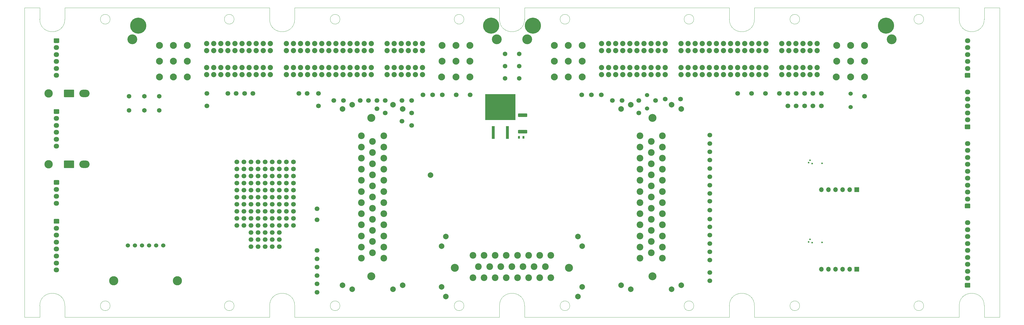
<source format=gbs>
G04 #@! TF.GenerationSoftware,KiCad,Pcbnew,(5.99.0-12439-g94954386e6)*
G04 #@! TF.CreationDate,2021-10-25T23:58:22+03:00*
G04 #@! TF.ProjectId,proteusM73tu,70726f74-6575-4734-9d37-3374752e6b69,a*
G04 #@! TF.SameCoordinates,PX2160ec0PYcfb5d40*
G04 #@! TF.FileFunction,Soldermask,Bot*
G04 #@! TF.FilePolarity,Negative*
%FSLAX46Y46*%
G04 Gerber Fmt 4.6, Leading zero omitted, Abs format (unit mm)*
G04 Created by KiCad (PCBNEW (5.99.0-12439-g94954386e6)) date 2021-10-25 23:58:22*
%MOMM*%
%LPD*%
G01*
G04 APERTURE LIST*
G04 #@! TA.AperFunction,Profile*
%ADD10C,0.050000*%
G04 #@! TD*
%ADD11C,2.000000*%
%ADD12C,1.700000*%
%ADD13C,3.000000*%
%ADD14O,3.700000X2.700000*%
%ADD15O,1.950000X1.700000*%
%ADD16R,1.700000X1.700000*%
%ADD17O,1.700000X1.700000*%
%ADD18C,0.599999*%
%ADD19C,1.650000*%
%ADD20C,2.475000*%
%ADD21C,1.875000*%
%ADD22C,3.525000*%
%ADD23C,5.775000*%
%ADD24C,1.524000*%
%ADD25C,2.850000*%
%ADD26C,2.400000*%
%ADD27C,3.302000*%
%ADD28R,1.100000X4.600000*%
%ADD29R,10.800000X9.400000*%
G04 APERTURE END LIST*
D10*
X170500000Y4100000D02*
X170500000Y0D01*
X5500000Y107200000D02*
X5500000Y111300000D01*
X344500000Y0D02*
X350000000Y0D01*
X88000000Y4100000D02*
X88000000Y0D01*
X278250000Y4100000D02*
G75*
G03*
X278250000Y4100000I-1750000J0D01*
G01*
X5500000Y0D02*
X0Y0D01*
X88000000Y107200000D02*
X88000000Y111300000D01*
X195750000Y4100000D02*
G75*
G03*
X195750000Y4100000I-1750000J0D01*
G01*
X170500000Y111300000D02*
X97000000Y111300000D01*
X335500000Y111300000D02*
X262000000Y111300000D01*
X262000000Y4100000D02*
X262000000Y0D01*
X97000000Y0D02*
X170500000Y0D01*
X335500000Y4100000D02*
G75*
G02*
X344500000Y4100000I4500000J0D01*
G01*
X253000001Y111300000D02*
X179500000Y111300000D01*
X157750000Y107200000D02*
G75*
G03*
X157750000Y107200000I-1750000J0D01*
G01*
X344500000Y111300000D02*
X349999999Y111300000D01*
X30750000Y4100000D02*
G75*
G03*
X30750000Y4100000I-1750000J0D01*
G01*
X179500000Y107200000D02*
X179500000Y111300000D01*
X97000000Y107200000D02*
X97000000Y111300000D01*
X350000000Y0D02*
X350000000Y111300000D01*
X344500000Y107200000D02*
X344500000Y111300000D01*
X5500000Y111300000D02*
X0Y111300000D01*
X335500000Y4100000D02*
X335500000Y0D01*
X253000000Y4100000D02*
G75*
G02*
X262000000Y4100000I4500000J0D01*
G01*
X75250000Y107200000D02*
G75*
G03*
X75250000Y107200000I-1750000J0D01*
G01*
X14500000Y0D02*
X88000000Y0D01*
X5500000Y4100000D02*
X5500000Y0D01*
X113250000Y4100000D02*
G75*
G03*
X113250000Y4100000I-1750000J0D01*
G01*
X253000000Y107200000D02*
G75*
G03*
X262000000Y107200000I4500000J0D01*
G01*
X170500000Y107200000D02*
G75*
G03*
X179500000Y107200000I4500000J0D01*
G01*
X14500000Y4100000D02*
G75*
G03*
X5500000Y4100000I-4500000J0D01*
G01*
X240250000Y107200000D02*
G75*
G03*
X240250000Y107200000I-1750000J0D01*
G01*
X262000000Y0D02*
X335500000Y0D01*
X335500000Y107200000D02*
X335500000Y111300000D01*
X170500000Y107200000D02*
X170500000Y111300000D01*
X97000000Y4100000D02*
X97000000Y0D01*
X88000000Y111300000D02*
X14500000Y111300000D01*
X262000000Y107200000D02*
X262000000Y111300000D01*
X0Y111300000D02*
X0Y0D01*
X322750000Y4100000D02*
G75*
G03*
X322750000Y4100000I-1750000J0D01*
G01*
X344500000Y4100000D02*
X344500000Y0D01*
X179500000Y4100000D02*
X179500000Y0D01*
X97000000Y107200000D02*
G75*
G02*
X88000000Y107200000I-4500000J0D01*
G01*
X30750000Y107200000D02*
G75*
G03*
X30750000Y107200000I-1750000J0D01*
G01*
X113250000Y107200000D02*
G75*
G03*
X113250000Y107200000I-1750000J0D01*
G01*
X253000000Y4100000D02*
X253000000Y0D01*
X322750000Y107200000D02*
G75*
G03*
X322750000Y107200000I-1750000J0D01*
G01*
X335500000Y107200000D02*
G75*
G03*
X344500000Y107200000I4500000J0D01*
G01*
X14500000Y107200000D02*
G75*
G02*
X5500000Y107200000I-4500000J0D01*
G01*
X195750000Y107200000D02*
G75*
G03*
X195750000Y107200000I-1750000J0D01*
G01*
X179500000Y4100000D02*
G75*
G03*
X170500000Y4100000I-4500000J0D01*
G01*
X253000000Y107200000D02*
X253000001Y111300000D01*
X14500000Y107200000D02*
X14500000Y111300000D01*
X75250000Y4100000D02*
G75*
G03*
X75250000Y4100000I-1750000J0D01*
G01*
X278250000Y107200000D02*
G75*
G03*
X278250000Y107200000I-1750000J0D01*
G01*
X179500000Y0D02*
X253000000Y0D01*
X157750000Y4100000D02*
G75*
G03*
X157750000Y4100000I-1750000J0D01*
G01*
X97000000Y4100000D02*
G75*
G03*
X88000000Y4100000I-4500000J0D01*
G01*
X14500000Y4100000D02*
X14500000Y0D01*
X240250000Y4100000D02*
G75*
G03*
X240250000Y4100000I-1750000J0D01*
G01*
D11*
G04 #@! TO.C,J20*
X145700000Y51100000D03*
G04 #@! TD*
D12*
G04 #@! TO.C,P18*
X235500000Y78500000D03*
G04 #@! TD*
D13*
G04 #@! TO.C,J1*
X8700000Y80500000D03*
G36*
G01*
X17599999Y79150000D02*
X14400001Y79150000D01*
G75*
G02*
X14150000Y79400001I0J250001D01*
G01*
X14150000Y81599999D01*
G75*
G02*
X14400001Y81850000I250001J0D01*
G01*
X17599999Y81850000D01*
G75*
G02*
X17850000Y81599999I0J-250001D01*
G01*
X17850000Y79400001D01*
G75*
G02*
X17599999Y79150000I-250001J0D01*
G01*
G37*
D14*
X21500000Y80500000D03*
G04 #@! TD*
D12*
G04 #@! TO.C,P47*
X246000000Y23500000D03*
G04 #@! TD*
G04 #@! TO.C,P76*
X139000000Y78000000D03*
G04 #@! TD*
G04 #@! TO.C,P51*
X246000000Y56500000D03*
G04 #@! TD*
G04 #@! TO.C,P67*
X246000000Y65500000D03*
G04 #@! TD*
G04 #@! TO.C,J17*
G36*
G01*
X339225000Y67650000D02*
X337775000Y67650000D01*
G75*
G02*
X337525000Y67900000I0J250000D01*
G01*
X337525000Y69100000D01*
G75*
G02*
X337775000Y69350000I250000J0D01*
G01*
X339225000Y69350000D01*
G75*
G02*
X339475000Y69100000I0J-250000D01*
G01*
X339475000Y67900000D01*
G75*
G02*
X339225000Y67650000I-250000J0D01*
G01*
G37*
D15*
X338500000Y71000000D03*
X338500000Y73500000D03*
X338500000Y76000000D03*
X338500000Y78500000D03*
X338500000Y81000000D03*
G04 #@! TD*
D16*
G04 #@! TO.C,J3*
X298700000Y45875000D03*
D17*
X296160000Y45875000D03*
X293620000Y45875000D03*
X291080000Y45875000D03*
X288540000Y45875000D03*
X286000000Y45875000D03*
G04 #@! TD*
G04 #@! TO.C,J6*
G36*
G01*
X10775000Y49350000D02*
X12225000Y49350000D01*
G75*
G02*
X12475000Y49100000I0J-250000D01*
G01*
X12475000Y47900000D01*
G75*
G02*
X12225000Y47650000I-250000J0D01*
G01*
X10775000Y47650000D01*
G75*
G02*
X10525000Y47900000I0J250000D01*
G01*
X10525000Y49100000D01*
G75*
G02*
X10775000Y49350000I250000J0D01*
G01*
G37*
D15*
X11500000Y46000000D03*
X11500000Y43500000D03*
X11500000Y41000000D03*
G04 #@! TD*
D12*
G04 #@! TO.C,P79*
X129500000Y78000000D03*
G04 #@! TD*
G04 #@! TO.C,P8*
X277000000Y80500000D03*
G04 #@! TD*
G04 #@! TO.C,P36*
X98500000Y80500000D03*
G04 #@! TD*
G04 #@! TO.C,J5*
G36*
G01*
X10775000Y100350000D02*
X12225000Y100350000D01*
G75*
G02*
X12475000Y100100000I0J-250000D01*
G01*
X12475000Y98900000D01*
G75*
G02*
X12225000Y98650000I-250000J0D01*
G01*
X10775000Y98650000D01*
G75*
G02*
X10525000Y98900000I0J250000D01*
G01*
X10525000Y100100000D01*
G75*
G02*
X10775000Y100350000I250000J0D01*
G01*
G37*
D15*
X11500000Y97000000D03*
X11500000Y94500000D03*
X11500000Y92000000D03*
X11500000Y89500000D03*
X11500000Y87000000D03*
G04 #@! TD*
D12*
G04 #@! TO.C,P19*
X230000000Y78500000D03*
G04 #@! TD*
G04 #@! TO.C,G3*
X91440000Y45720000D03*
X91440000Y48260000D03*
X91440000Y50800000D03*
X91440000Y53340000D03*
X91440000Y55880000D03*
X93980000Y45720000D03*
X93980000Y48260000D03*
X93980000Y50800000D03*
X93980000Y53340000D03*
X93980000Y55880000D03*
X96520000Y45720000D03*
X96520000Y48260000D03*
X96520000Y50800000D03*
X96520000Y53340000D03*
X96520000Y55880000D03*
G04 #@! TD*
G04 #@! TO.C,G2*
X83820000Y45720000D03*
X83820000Y48260000D03*
X83820000Y50800000D03*
X83820000Y53340000D03*
X83820000Y55880000D03*
X86360000Y45720000D03*
X86360000Y48260000D03*
X86360000Y50800000D03*
X86360000Y53340000D03*
X86360000Y55880000D03*
X88900000Y45720000D03*
X88900000Y48260000D03*
X88900000Y50800000D03*
X88900000Y53340000D03*
X88900000Y55880000D03*
G04 #@! TD*
G04 #@! TO.C,P54*
X246000000Y44500000D03*
G04 #@! TD*
G04 #@! TO.C,P7*
X280000000Y76000000D03*
G04 #@! TD*
G04 #@! TO.C,J19*
G36*
G01*
X10775000Y35350000D02*
X12225000Y35350000D01*
G75*
G02*
X12475000Y35100000I0J-250000D01*
G01*
X12475000Y33900000D01*
G75*
G02*
X12225000Y33650000I-250000J0D01*
G01*
X10775000Y33650000D01*
G75*
G02*
X10525000Y33900000I0J250000D01*
G01*
X10525000Y35100000D01*
G75*
G02*
X10775000Y35350000I250000J0D01*
G01*
G37*
D15*
X11500000Y32000000D03*
X11500000Y29500000D03*
X11500000Y27000000D03*
X11500000Y24500000D03*
X11500000Y22000000D03*
X11500000Y19500000D03*
X11500000Y17000000D03*
G04 #@! TD*
D18*
G04 #@! TO.C,M2*
X281456662Y55612501D03*
X281981662Y56487503D03*
X282731660Y55312499D03*
X286281661Y55387502D03*
G04 #@! TD*
D12*
G04 #@! TO.C,P45*
X246000000Y29500000D03*
G04 #@! TD*
G04 #@! TO.C,P38*
X101500000Y80500000D03*
G04 #@! TD*
D19*
G04 #@! TO.C,F7*
X43000000Y79500000D03*
X43000000Y74420000D03*
G04 #@! TD*
D12*
G04 #@! TO.C,P20*
X220500000Y73500000D03*
G04 #@! TD*
G04 #@! TO.C,P31*
X123500000Y78000000D03*
G04 #@! TD*
G04 #@! TO.C,P61*
X146500000Y80000000D03*
G04 #@! TD*
G04 #@! TO.C,G1*
X91440000Y33020000D03*
X91440000Y35560000D03*
X91440000Y38100000D03*
X91440000Y40640000D03*
X91440000Y43180000D03*
X93980000Y33020000D03*
X93980000Y35560000D03*
X93980000Y38100000D03*
X93980000Y40640000D03*
X93980000Y43180000D03*
X96520000Y33020000D03*
X96520000Y35560000D03*
X96520000Y38100000D03*
X96520000Y40640000D03*
X96520000Y43180000D03*
G04 #@! TD*
G04 #@! TO.C,P39*
X82000000Y80500000D03*
G04 #@! TD*
G04 #@! TO.C,G7*
X76200000Y45720000D03*
X76200000Y48260000D03*
X76200000Y50800000D03*
X76200000Y53340000D03*
X76200000Y55880000D03*
X78740000Y45720000D03*
X78740000Y48260000D03*
X78740000Y50800000D03*
X78740000Y53340000D03*
X78740000Y55880000D03*
X81280000Y45720000D03*
X81280000Y48260000D03*
X81280000Y50800000D03*
X81280000Y53340000D03*
X81280000Y55880000D03*
G04 #@! TD*
G04 #@! TO.C,P73*
X105000000Y24000000D03*
G04 #@! TD*
G04 #@! TO.C,P24*
X203500000Y80000000D03*
G04 #@! TD*
G04 #@! TO.C,P37*
X105500000Y80500000D03*
G04 #@! TD*
G04 #@! TO.C,P62*
X105000000Y15000000D03*
G04 #@! TD*
G04 #@! TO.C,P49*
X246000000Y62500000D03*
G04 #@! TD*
G04 #@! TO.C,P75*
X126500000Y78000000D03*
G04 #@! TD*
G04 #@! TO.C,P26*
X220500000Y78000000D03*
G04 #@! TD*
G04 #@! TO.C,P68*
X246000000Y47500000D03*
G04 #@! TD*
G04 #@! TO.C,P30*
X120500000Y78000000D03*
G04 #@! TD*
G04 #@! TO.C,P55*
X246000000Y41700000D03*
G04 #@! TD*
G04 #@! TO.C,P5*
X286000000Y76000000D03*
G04 #@! TD*
G04 #@! TO.C,P1*
X139000000Y69000000D03*
G04 #@! TD*
G04 #@! TO.C,P27*
X214500000Y78000000D03*
G04 #@! TD*
G04 #@! TO.C,P29*
X155000000Y80000000D03*
G04 #@! TD*
D19*
G04 #@! TO.C,F8*
X48400000Y79500000D03*
X48400000Y74420000D03*
G04 #@! TD*
G04 #@! TO.C,J7*
G36*
G01*
X339225000Y10650000D02*
X337775000Y10650000D01*
G75*
G02*
X337525000Y10900000I0J250000D01*
G01*
X337525000Y12100000D01*
G75*
G02*
X337775000Y12350000I250000J0D01*
G01*
X339225000Y12350000D01*
G75*
G02*
X339475000Y12100000I0J-250000D01*
G01*
X339475000Y10900000D01*
G75*
G02*
X339225000Y10650000I-250000J0D01*
G01*
G37*
D15*
X338500000Y14000000D03*
X338500000Y16500000D03*
X338500000Y19000000D03*
X338500000Y21500000D03*
X338500000Y24000000D03*
X338500000Y26500000D03*
X338500000Y29000000D03*
X338500000Y31500000D03*
X338500000Y34000000D03*
G04 #@! TD*
D12*
G04 #@! TO.C,P50*
X246000000Y59500000D03*
G04 #@! TD*
G04 #@! TO.C,P66*
X246000000Y13100000D03*
G04 #@! TD*
G04 #@! TO.C,P15*
X266000000Y80500000D03*
G04 #@! TD*
D19*
G04 #@! TO.C,F2*
X177540000Y94700000D03*
X172460000Y94700000D03*
G04 #@! TD*
D12*
G04 #@! TO.C,P48*
X246000000Y32500000D03*
G04 #@! TD*
D20*
G04 #@! TO.C,J8*
X159850000Y97815000D03*
X154850000Y97815000D03*
X149850000Y97815000D03*
X159850000Y92115000D03*
X154850000Y92115000D03*
X149850000Y92115000D03*
X159850000Y86415000D03*
X154850000Y86415000D03*
X149690000Y86415000D03*
D21*
X142850000Y98415000D03*
X140310000Y98415000D03*
X137770000Y98415000D03*
X135230000Y98415000D03*
X132690000Y98415000D03*
X130150000Y98415000D03*
X142850000Y95875000D03*
X140310000Y95875000D03*
X137770000Y95875000D03*
X135230000Y95875000D03*
X132690000Y95875000D03*
X130150000Y95875000D03*
X142850000Y89825000D03*
X140310000Y89825000D03*
X137770000Y89825000D03*
X135230000Y89825000D03*
X132690000Y89825000D03*
X130150000Y89825000D03*
X142850000Y87285000D03*
X140310000Y87285000D03*
X137770000Y87285000D03*
X135230000Y87285000D03*
X132690000Y87285000D03*
X130150000Y87285000D03*
X124450000Y98415000D03*
X121910000Y98415000D03*
X119370000Y98415000D03*
X116830000Y98415000D03*
X114290000Y98415000D03*
X111750000Y98415000D03*
X109210000Y98415000D03*
X106670000Y98415000D03*
X104130000Y98415000D03*
X101590000Y98415000D03*
X99050000Y98415000D03*
X96510000Y98415000D03*
X93970000Y98415000D03*
X124450000Y95875000D03*
X121910000Y95875000D03*
X119370000Y95875000D03*
X116830000Y95875000D03*
X114290000Y95875000D03*
X111750000Y95875000D03*
X109210000Y95875000D03*
X106670000Y95875000D03*
X104130000Y95875000D03*
X101590000Y95875000D03*
X99050000Y95875000D03*
X96510000Y95875000D03*
X93970000Y95875000D03*
X124450000Y89825000D03*
X121910000Y89825000D03*
X119370000Y89825000D03*
X116830000Y89825000D03*
X114290000Y89825000D03*
X111750000Y89825000D03*
X109210000Y89825000D03*
X106670000Y89825000D03*
X104130000Y89825000D03*
X101590000Y89825000D03*
X99050000Y89825000D03*
X96510000Y89825000D03*
X93970000Y89825000D03*
X124450000Y87285000D03*
X121910000Y87285000D03*
X119370000Y87285000D03*
X116830000Y87285000D03*
X114290000Y87285000D03*
X111750000Y87285000D03*
X109210000Y87285000D03*
X106670000Y87285000D03*
X104130000Y87285000D03*
X101590000Y87285000D03*
X99050000Y87285000D03*
X96510000Y87285000D03*
X93970000Y87285000D03*
X88250000Y98415000D03*
X85710000Y98415000D03*
X83170000Y98415000D03*
X80630000Y98415000D03*
X78090000Y98415000D03*
X75550000Y98415000D03*
X73010000Y98415000D03*
X70470000Y98415000D03*
X67930000Y98415000D03*
X65390000Y98415000D03*
X88250000Y95875000D03*
X85710000Y95875000D03*
X83170000Y95875000D03*
X80630000Y95875000D03*
X78090000Y95875000D03*
X75550000Y95875000D03*
X73010000Y95875000D03*
X70470000Y95875000D03*
X67930000Y95875000D03*
X65390000Y95875000D03*
X88250000Y89825000D03*
X85710000Y89825000D03*
X83170000Y89825000D03*
X80630000Y89825000D03*
X78090000Y89825000D03*
X75550000Y89825000D03*
X73010000Y89825000D03*
X70470000Y89825000D03*
X67930000Y89825000D03*
X65390000Y89825000D03*
X88250000Y87285000D03*
X85710000Y87285000D03*
X83170000Y87285000D03*
X80630000Y87285000D03*
X78090000Y87285000D03*
X75550000Y87285000D03*
X73010000Y87285000D03*
X70470000Y87285000D03*
X67930000Y87285000D03*
X65390000Y87285000D03*
D20*
X58450000Y97815000D03*
X53450000Y97815000D03*
X48450000Y97815000D03*
X58450000Y92115000D03*
X53450000Y92115000D03*
X48450000Y92115000D03*
X58450000Y86415000D03*
X53450000Y86415000D03*
X48450000Y86415000D03*
D22*
X169550000Y100015000D03*
X38750000Y100015000D03*
D23*
X167500000Y104915000D03*
X40800000Y104915000D03*
G04 #@! TD*
D12*
G04 #@! TO.C,P58*
X246000000Y26500000D03*
G04 #@! TD*
G04 #@! TO.C,P33*
X105500000Y76000000D03*
G04 #@! TD*
D16*
G04 #@! TO.C,J13*
X298700000Y17250000D03*
D17*
X296160000Y17250000D03*
X293620000Y17250000D03*
X291080000Y17250000D03*
X288540000Y17250000D03*
X286000000Y17250000D03*
G04 #@! TD*
D12*
G04 #@! TO.C,P59*
X105000000Y18000000D03*
G04 #@! TD*
G04 #@! TO.C,P13*
X286000000Y80500000D03*
G04 #@! TD*
D19*
G04 #@! TO.C,F6*
X37500000Y79500000D03*
X37500000Y74420000D03*
G04 #@! TD*
D12*
G04 #@! TO.C,P14*
X261000000Y80500000D03*
G04 #@! TD*
G04 #@! TO.C,P65*
X246000000Y16100000D03*
G04 #@! TD*
G04 #@! TO.C,P12*
X271000000Y80500000D03*
G04 #@! TD*
G04 #@! TO.C,P32*
X114500000Y78000000D03*
G04 #@! TD*
D18*
G04 #@! TO.C,M4*
X281456662Y27112501D03*
X281981662Y27987503D03*
X282731660Y26812499D03*
X286281661Y26887502D03*
G04 #@! TD*
D13*
G04 #@! TO.C,J2*
X8700000Y55000000D03*
G36*
G01*
X17599999Y53650000D02*
X14400001Y53650000D01*
G75*
G02*
X14150000Y53900001I0J250001D01*
G01*
X14150000Y56099999D01*
G75*
G02*
X14400001Y56350000I250001J0D01*
G01*
X17599999Y56350000D01*
G75*
G02*
X17850000Y56099999I0J-250001D01*
G01*
X17850000Y53900001D01*
G75*
G02*
X17599999Y53650000I-250001J0D01*
G01*
G37*
D14*
X21500000Y55000000D03*
G04 #@! TD*
D12*
G04 #@! TO.C,P34*
X126500000Y75000000D03*
G04 #@! TD*
G04 #@! TO.C,P77*
X129500000Y73500000D03*
G04 #@! TD*
G04 #@! TO.C,P6*
X283000000Y80500000D03*
G04 #@! TD*
G04 #@! TO.C,P69*
X139000000Y73500000D03*
G04 #@! TD*
D24*
G04 #@! TO.C,F4*
X223500000Y79950000D03*
X223500000Y75050000D03*
G04 #@! TD*
D12*
G04 #@! TO.C,P42*
X76000000Y80500000D03*
G04 #@! TD*
G04 #@! TO.C,P63*
X105000000Y9000000D03*
G04 #@! TD*
G04 #@! TO.C,J16*
G36*
G01*
X339225000Y86150000D02*
X337775000Y86150000D01*
G75*
G02*
X337525000Y86400000I0J250000D01*
G01*
X337525000Y87600000D01*
G75*
G02*
X337775000Y87850000I250000J0D01*
G01*
X339225000Y87850000D01*
G75*
G02*
X339475000Y87600000I0J-250000D01*
G01*
X339475000Y86400000D01*
G75*
G02*
X339225000Y86150000I-250000J0D01*
G01*
G37*
D15*
X338500000Y89500000D03*
X338500000Y92000000D03*
X338500000Y94500000D03*
X338500000Y97000000D03*
X338500000Y99500000D03*
G04 #@! TD*
D12*
G04 #@! TO.C,P35*
X111000000Y78000000D03*
G04 #@! TD*
G04 #@! TO.C,P21*
X200000000Y80000000D03*
G04 #@! TD*
D25*
G04 #@! TO.C,BRD1*
X124450001Y71725000D03*
D11*
X214150001Y11525000D03*
X198650001Y29025000D03*
X151250001Y7425000D03*
D25*
X195450001Y17725000D03*
D11*
X198650001Y7425000D03*
X149750001Y25525000D03*
X235750001Y11525000D03*
D25*
X225450001Y14725000D03*
D11*
X135750001Y74925000D03*
X132250001Y10025000D03*
X117650001Y10025000D03*
X217650001Y76425000D03*
D25*
X124450001Y14725000D03*
D11*
X151250001Y29025000D03*
D25*
X154450001Y17725000D03*
D11*
X149750001Y10925000D03*
X232250001Y10025000D03*
X200150001Y10925000D03*
X135750001Y11525000D03*
X132250001Y76425000D03*
X117650001Y76425000D03*
X114150001Y11525000D03*
X114150001Y74925000D03*
D25*
X225450001Y71725000D03*
D11*
X232250001Y76425000D03*
X214150001Y74925000D03*
X235750001Y74925000D03*
X217650001Y10025000D03*
X200150001Y25525000D03*
D26*
X228950001Y21225000D03*
X228950001Y25225000D03*
X228950001Y29225000D03*
X228950001Y33225000D03*
X228950001Y37225000D03*
X228950001Y41225000D03*
X228950001Y45225000D03*
X228950001Y49225000D03*
X228950001Y53225000D03*
X228950001Y57225000D03*
X228950001Y61225000D03*
X228950001Y65225000D03*
X224950001Y23225000D03*
X224950001Y27225000D03*
X224950001Y31225000D03*
X224950001Y35225000D03*
X224950001Y39225000D03*
X224950001Y43225000D03*
X224950001Y47225000D03*
X224950001Y51225000D03*
X224950001Y55225000D03*
X224950001Y59225000D03*
X224950001Y63225000D03*
X220950001Y21225000D03*
X220950001Y25225000D03*
X220950001Y29225000D03*
X220950001Y33225000D03*
X220950001Y37225000D03*
X220950001Y41225000D03*
X220950001Y45225000D03*
X220950001Y49225000D03*
X220950001Y53225000D03*
X220950001Y57225000D03*
X220950001Y61225000D03*
X220950001Y65225000D03*
X160950001Y14225000D03*
X164950001Y14225000D03*
X168950001Y14225000D03*
X172950001Y14225000D03*
X176950001Y14225000D03*
X180950001Y14225000D03*
X184950001Y14225000D03*
X188950001Y14225000D03*
X162950001Y18225000D03*
X166950001Y18225000D03*
X170950001Y18225000D03*
X174950001Y18225000D03*
X178950001Y18225000D03*
X182950001Y18225000D03*
X186950001Y18225000D03*
X160950001Y22225000D03*
X164950001Y22225000D03*
X168950001Y22225000D03*
X172950001Y22225000D03*
X176950001Y22225000D03*
X180950001Y22225000D03*
X184950001Y22225000D03*
X188950001Y22225000D03*
X120950001Y65225000D03*
X120950001Y61225000D03*
X120950001Y57225000D03*
X120950001Y53225000D03*
X120950001Y49225000D03*
X120950001Y45225000D03*
X120950001Y41225000D03*
X120950001Y37225000D03*
X120950001Y33225000D03*
X120950001Y29225000D03*
X120950001Y25225000D03*
X120950001Y21225000D03*
X124950001Y63225000D03*
X124950001Y59225000D03*
X124950001Y55225000D03*
X124950001Y51225000D03*
X124950001Y47225000D03*
X124950001Y43225000D03*
X124950001Y39225000D03*
X124950001Y35225000D03*
X124950001Y31225000D03*
X124950001Y27225000D03*
X124950001Y23225000D03*
X128950001Y65225000D03*
X128950001Y61225000D03*
X128950001Y57225000D03*
X128950001Y53225000D03*
X128950001Y49225000D03*
X128950001Y45225000D03*
X128950001Y41225000D03*
X128950001Y37225000D03*
X128950001Y33225000D03*
X128950001Y29225000D03*
X128950001Y25225000D03*
X128950001Y21225000D03*
G04 #@! TD*
D12*
G04 #@! TO.C,P17*
X135500000Y78000000D03*
G04 #@! TD*
G04 #@! TO.C,G5*
X91440000Y25400000D03*
X88900000Y25400000D03*
X86360000Y25400000D03*
X83820000Y25400000D03*
X81280000Y25400000D03*
X91440000Y27940000D03*
X88900000Y27940000D03*
X86360000Y27940000D03*
X83820000Y27940000D03*
X81280000Y27940000D03*
X91440000Y30480000D03*
X88900000Y30480000D03*
X86360000Y30480000D03*
X83820000Y30480000D03*
X81280000Y30480000D03*
G04 #@! TD*
G04 #@! TO.C,J4*
G36*
G01*
X10775000Y74850000D02*
X12225000Y74850000D01*
G75*
G02*
X12475000Y74600000I0J-250000D01*
G01*
X12475000Y73400000D01*
G75*
G02*
X12225000Y73150000I-250000J0D01*
G01*
X10775000Y73150000D01*
G75*
G02*
X10525000Y73400000I0J250000D01*
G01*
X10525000Y74600000D01*
G75*
G02*
X10775000Y74850000I250000J0D01*
G01*
G37*
D15*
X11500000Y71500000D03*
X11500000Y69000000D03*
X11500000Y66500000D03*
X11500000Y64000000D03*
X11500000Y61500000D03*
G04 #@! TD*
G04 #@! TO.C,J10*
G36*
G01*
X339225000Y39150000D02*
X337775000Y39150000D01*
G75*
G02*
X337525000Y39400000I0J250000D01*
G01*
X337525000Y40600000D01*
G75*
G02*
X337775000Y40850000I250000J0D01*
G01*
X339225000Y40850000D01*
G75*
G02*
X339475000Y40600000I0J-250000D01*
G01*
X339475000Y39400000D01*
G75*
G02*
X339225000Y39150000I-250000J0D01*
G01*
G37*
X338500000Y42500000D03*
X338500000Y45000000D03*
X338500000Y47500000D03*
X338500000Y50000000D03*
X338500000Y52500000D03*
X338500000Y55000000D03*
X338500000Y57500000D03*
X338500000Y60000000D03*
X338500000Y62500000D03*
G04 #@! TD*
D24*
G04 #@! TO.C,F1*
X296500000Y80450000D03*
X296500000Y75550000D03*
G04 #@! TD*
D12*
G04 #@! TO.C,P70*
X105000000Y39000000D03*
G04 #@! TD*
G04 #@! TO.C,P25*
X226500000Y78000000D03*
G04 #@! TD*
G04 #@! TO.C,P71*
X105000000Y35000000D03*
G04 #@! TD*
G04 #@! TO.C,P16*
X256000000Y80500000D03*
G04 #@! TD*
G04 #@! TO.C,P57*
X246000000Y35300000D03*
G04 #@! TD*
G04 #@! TO.C,P9*
X274000000Y76000000D03*
G04 #@! TD*
D19*
G04 #@! TO.C,F5*
X177540000Y85900000D03*
X172460000Y85900000D03*
G04 #@! TD*
D12*
G04 #@! TO.C,P44*
X65500000Y80500000D03*
G04 #@! TD*
G04 #@! TO.C,P74*
X105000000Y21000000D03*
G04 #@! TD*
D19*
G04 #@! TO.C,F3*
X177540000Y90300000D03*
X172460000Y90300000D03*
G04 #@! TD*
D12*
G04 #@! TO.C,G4*
X76200000Y33020000D03*
X76200000Y35560000D03*
X76200000Y38100000D03*
X76200000Y40640000D03*
X76200000Y43180000D03*
X78740000Y33020000D03*
X78740000Y35560000D03*
X78740000Y38100000D03*
X78740000Y40640000D03*
X78740000Y43180000D03*
X81280000Y33020000D03*
X81280000Y35560000D03*
X81280000Y38100000D03*
X81280000Y40640000D03*
X81280000Y43180000D03*
G04 #@! TD*
G04 #@! TO.C,P11*
X274000000Y80500000D03*
G04 #@! TD*
G04 #@! TO.C,P10*
X280000000Y80500000D03*
G04 #@! TD*
G04 #@! TO.C,P46*
X246000000Y20600000D03*
G04 #@! TD*
G04 #@! TO.C,P56*
X246000000Y38500000D03*
G04 #@! TD*
D27*
G04 #@! TO.C,U2*
X32070000Y13100500D03*
X54930000Y13100500D03*
D24*
X49850000Y25800500D03*
X47310000Y25800500D03*
X44770000Y25800500D03*
X42230000Y25800500D03*
X39690000Y25800500D03*
X37150000Y25800500D03*
G04 #@! TD*
D12*
G04 #@! TO.C,P52*
X246000000Y53500000D03*
G04 #@! TD*
D20*
G04 #@! TO.C,J9*
X301550000Y97815000D03*
X296550000Y97815000D03*
X291550000Y97815000D03*
X301550000Y92115000D03*
X296550000Y92115000D03*
X291550000Y92115000D03*
X301550000Y86415000D03*
X296550000Y86415000D03*
X291390000Y86415000D03*
D21*
X284550000Y98415000D03*
X282010000Y98415000D03*
X279470000Y98415000D03*
X276930000Y98415000D03*
X274390000Y98415000D03*
X271850000Y98415000D03*
X284550000Y95875000D03*
X282010000Y95875000D03*
X279470000Y95875000D03*
X276930000Y95875000D03*
X274390000Y95875000D03*
X271850000Y95875000D03*
X284550000Y89825000D03*
X282010000Y89825000D03*
X279470000Y89825000D03*
X276930000Y89825000D03*
X274390000Y89825000D03*
X271850000Y89825000D03*
X284550000Y87285000D03*
X282010000Y87285000D03*
X279470000Y87285000D03*
X276930000Y87285000D03*
X274390000Y87285000D03*
X271850000Y87285000D03*
X266150000Y98415000D03*
X263610000Y98415000D03*
X261070000Y98415000D03*
X258530000Y98415000D03*
X255990000Y98415000D03*
X253450000Y98415000D03*
X250910000Y98415000D03*
X248370000Y98415000D03*
X245830000Y98415000D03*
X243290000Y98415000D03*
X240750000Y98415000D03*
X238210000Y98415000D03*
X235670000Y98415000D03*
X266150000Y95875000D03*
X263610000Y95875000D03*
X261070000Y95875000D03*
X258530000Y95875000D03*
X255990000Y95875000D03*
X253450000Y95875000D03*
X250910000Y95875000D03*
X248370000Y95875000D03*
X245830000Y95875000D03*
X243290000Y95875000D03*
X240750000Y95875000D03*
X238210000Y95875000D03*
X235670000Y95875000D03*
X266150000Y89825000D03*
X263610000Y89825000D03*
X261070000Y89825000D03*
X258530000Y89825000D03*
X255990000Y89825000D03*
X253450000Y89825000D03*
X250910000Y89825000D03*
X248370000Y89825000D03*
X245830000Y89825000D03*
X243290000Y89825000D03*
X240750000Y89825000D03*
X238210000Y89825000D03*
X235670000Y89825000D03*
X266150000Y87285000D03*
X263610000Y87285000D03*
X261070000Y87285000D03*
X258530000Y87285000D03*
X255990000Y87285000D03*
X253450000Y87285000D03*
X250910000Y87285000D03*
X248370000Y87285000D03*
X245830000Y87285000D03*
X243290000Y87285000D03*
X240750000Y87285000D03*
X238210000Y87285000D03*
X235670000Y87285000D03*
X229950000Y98415000D03*
X227410000Y98415000D03*
X224870000Y98415000D03*
X222330000Y98415000D03*
X219790000Y98415000D03*
X217250000Y98415000D03*
X214710000Y98415000D03*
X212170000Y98415000D03*
X209630000Y98415000D03*
X207090000Y98415000D03*
X229950000Y95875000D03*
X227410000Y95875000D03*
X224870000Y95875000D03*
X222330000Y95875000D03*
X219790000Y95875000D03*
X217250000Y95875000D03*
X214710000Y95875000D03*
X212170000Y95875000D03*
X209630000Y95875000D03*
X207090000Y95875000D03*
X229950000Y89825000D03*
X227410000Y89825000D03*
X224870000Y89825000D03*
X222330000Y89825000D03*
X219790000Y89825000D03*
X217250000Y89825000D03*
X214710000Y89825000D03*
X212170000Y89825000D03*
X209630000Y89825000D03*
X207090000Y89825000D03*
X229950000Y87285000D03*
X227410000Y87285000D03*
X224870000Y87285000D03*
X222330000Y87285000D03*
X219790000Y87285000D03*
X217250000Y87285000D03*
X214710000Y87285000D03*
X212170000Y87285000D03*
X209630000Y87285000D03*
X207090000Y87285000D03*
D20*
X200150000Y97815000D03*
X195150000Y97815000D03*
X190150000Y97815000D03*
X200150000Y92115000D03*
X195150000Y92115000D03*
X190150000Y92115000D03*
X200150000Y86415000D03*
X195150000Y86415000D03*
X190150000Y86415000D03*
D22*
X311250000Y100015000D03*
X180450000Y100015000D03*
D23*
X309200000Y104915000D03*
X182500000Y104915000D03*
G04 #@! TD*
D12*
G04 #@! TO.C,P23*
X207000000Y80000000D03*
G04 #@! TD*
G04 #@! TO.C,P78*
X143000000Y80000000D03*
G04 #@! TD*
G04 #@! TO.C,P41*
X79000000Y80500000D03*
G04 #@! TD*
G04 #@! TO.C,P4*
X277000000Y76000000D03*
G04 #@! TD*
G04 #@! TO.C,P22*
X211000000Y78000000D03*
G04 #@! TD*
G04 #@! TO.C,P40*
X65500000Y76000000D03*
G04 #@! TD*
G04 #@! TO.C,P72*
X135500000Y70500000D03*
G04 #@! TD*
G04 #@! TO.C,P28*
X160000000Y80000000D03*
G04 #@! TD*
G04 #@! TO.C,P53*
X246000000Y50500000D03*
G04 #@! TD*
G04 #@! TO.C,G6*
X83820000Y33020000D03*
X83820000Y35560000D03*
X83820000Y38100000D03*
X83820000Y40640000D03*
X83820000Y43180000D03*
X86360000Y33020000D03*
X86360000Y35560000D03*
X86360000Y38100000D03*
X86360000Y40640000D03*
X86360000Y43180000D03*
X88900000Y33020000D03*
X88900000Y35560000D03*
X88900000Y38100000D03*
X88900000Y40640000D03*
X88900000Y43180000D03*
G04 #@! TD*
G04 #@! TO.C,P64*
X105000000Y12000000D03*
G04 #@! TD*
G04 #@! TO.C,P60*
X150000000Y80000000D03*
G04 #@! TD*
G04 #@! TO.C,P2*
X301500000Y79500000D03*
G04 #@! TD*
G04 #@! TO.C,P3*
X283000000Y76000000D03*
G04 #@! TD*
G04 #@! TO.C,P43*
X73000000Y80500000D03*
G04 #@! TD*
D28*
G04 #@! TO.C,Q1*
X173345000Y66425000D03*
D29*
X170805000Y75575000D03*
D28*
X168265000Y66425000D03*
G04 #@! TD*
G04 #@! TO.C,R2*
G36*
G01*
X180230000Y66125000D02*
X177380000Y66125000D01*
G75*
G02*
X177130000Y66375000I0J250000D01*
G01*
X177130000Y67100000D01*
G75*
G02*
X177380000Y67350000I250000J0D01*
G01*
X180230000Y67350000D01*
G75*
G02*
X180480000Y67100000I0J-250000D01*
G01*
X180480000Y66375000D01*
G75*
G02*
X180230000Y66125000I-250000J0D01*
G01*
G37*
G36*
G01*
X180230000Y72050000D02*
X177380000Y72050000D01*
G75*
G02*
X177130000Y72300000I0J250000D01*
G01*
X177130000Y73025000D01*
G75*
G02*
X177380000Y73275000I250000J0D01*
G01*
X180230000Y73275000D01*
G75*
G02*
X180480000Y73025000I0J-250000D01*
G01*
X180480000Y72300000D01*
G75*
G02*
X180230000Y72050000I-250000J0D01*
G01*
G37*
G04 #@! TD*
G04 #@! TO.C,R1*
G36*
G01*
X177155000Y64310000D02*
X177155000Y65090000D01*
G75*
G02*
X177225000Y65160000I70000J0D01*
G01*
X177785000Y65160000D01*
G75*
G02*
X177855000Y65090000I0J-70000D01*
G01*
X177855000Y64310000D01*
G75*
G02*
X177785000Y64240000I-70000J0D01*
G01*
X177225000Y64240000D01*
G75*
G02*
X177155000Y64310000I0J70000D01*
G01*
G37*
G36*
G01*
X178755000Y64310000D02*
X178755000Y65090000D01*
G75*
G02*
X178825000Y65160000I70000J0D01*
G01*
X179385000Y65160000D01*
G75*
G02*
X179455000Y65090000I0J-70000D01*
G01*
X179455000Y64310000D01*
G75*
G02*
X179385000Y64240000I-70000J0D01*
G01*
X178825000Y64240000D01*
G75*
G02*
X178755000Y64310000I0J70000D01*
G01*
G37*
G04 #@! TD*
M02*

</source>
